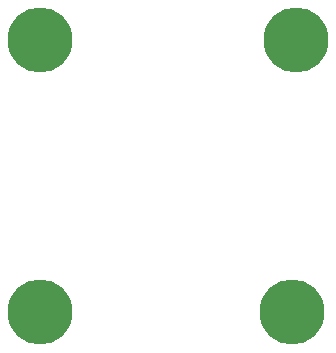
<source format=gtl>
G04 #@! TF.GenerationSoftware,KiCad,Pcbnew,5.1.9-73d0e3b20d~88~ubuntu20.04.1*
G04 #@! TF.CreationDate,2021-08-23T08:35:41+03:00*
G04 #@! TF.ProjectId,multirange_frontplate,6d756c74-6972-4616-9e67-655f66726f6e,rev?*
G04 #@! TF.SameCoordinates,Original*
G04 #@! TF.FileFunction,Copper,L1,Top*
G04 #@! TF.FilePolarity,Positive*
%FSLAX46Y46*%
G04 Gerber Fmt 4.6, Leading zero omitted, Abs format (unit mm)*
G04 Created by KiCad (PCBNEW 5.1.9-73d0e3b20d~88~ubuntu20.04.1) date 2021-08-23 08:35:41*
%MOMM*%
%LPD*%
G01*
G04 APERTURE LIST*
G04 #@! TA.AperFunction,ComponentPad*
%ADD10C,5.500000*%
G04 #@! TD*
%ADD11C,0.350000*%
G04 APERTURE END LIST*
D10*
G04 #@! TO.P,H4,1*
G04 #@! TO.N,GND*
X107300000Y-114500000D03*
G04 #@! TD*
G04 #@! TO.P,H3,1*
G04 #@! TO.N,GND*
X107600000Y-91500000D03*
G04 #@! TD*
G04 #@! TO.P,H2,1*
G04 #@! TO.N,GND*
X86000000Y-114500000D03*
G04 #@! TD*
G04 #@! TO.P,H1,1*
G04 #@! TO.N,GND*
X86000000Y-91500000D03*
G04 #@! TD*
D11*
X107300000Y-114500000D03*
X107600000Y-91500000D03*
X86000000Y-114500000D03*
X86000000Y-91500000D03*
M02*

</source>
